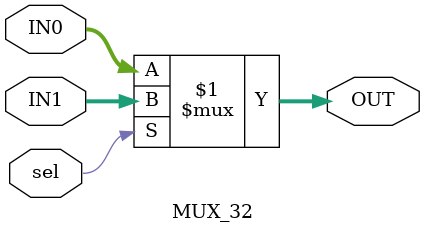
<source format=v>
module MUX_32(IN0,IN1,sel,OUT);

input [31:0] IN0,IN1;
input sel;
output [31:0] OUT;

assign OUT=(sel)?IN1:IN0;

endmodule 
</source>
